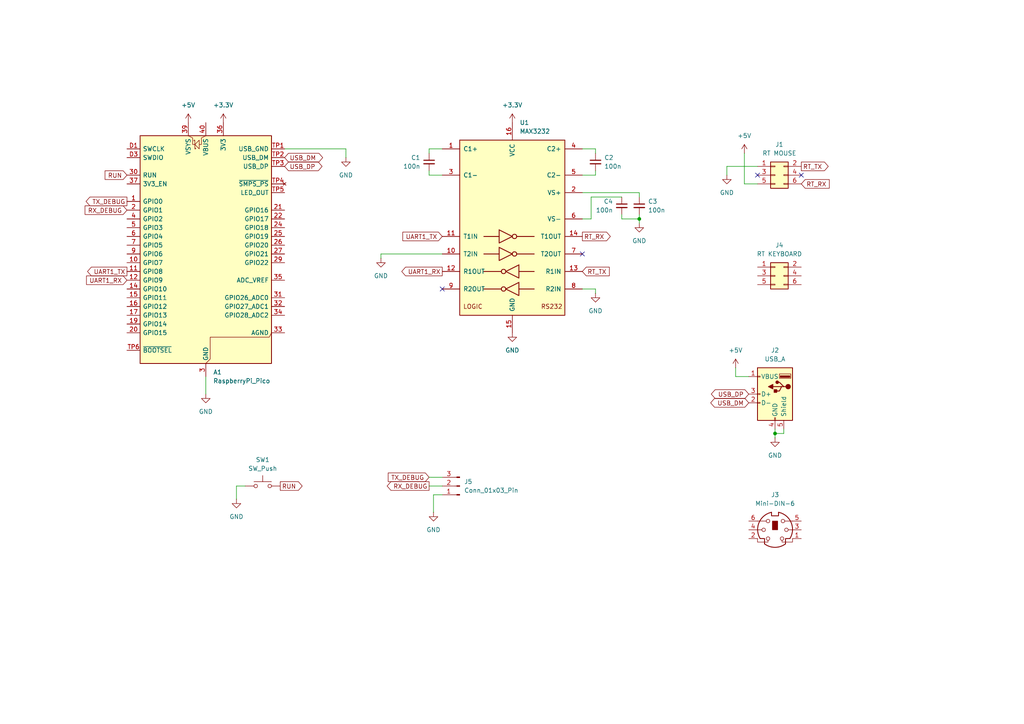
<source format=kicad_sch>
(kicad_sch (version 20250114) (generator "eeschema") (generator_version "9.0")
  (paper "A4")
  (lib_symbols
    (symbol "Connector:Conn_01x03_Pin" (pin_names (offset 1.016) (hide yes))
      (property "Reference" "J" (at 0 5.08 0))
      (property "Value" "Conn_01x03_Pin" (at 0 -5.08 0))
      (symbol "Conn_01x03_Pin_1_1"
        (rectangle (start 0.8636 2.667) (end 0 2.413) (stroke (width 0.1524)) (fill (type outline)))
        (rectangle (start 0.8636 0.127) (end 0 -0.127) (stroke (width 0.1524)) (fill (type outline)))
        (rectangle (start 0.8636 -2.413) (end 0 -2.667) (stroke (width 0.1524)) (fill (type outline)))
        (polyline (pts (xy 1.27 2.54) (xy 0.8636 2.54)) (stroke (width 0.1524)))
        (polyline (pts (xy 1.27 0) (xy 0.8636 0)) (stroke (width 0.1524)))
        (polyline (pts (xy 1.27 -2.54) (xy 0.8636 -2.54)) (stroke (width 0.1524)))
        (pin passive line (at 5.08 2.54 180) (length 3.81) (name "Pin_1") (number "1"))
        (pin passive line (at 5.08 0 180) (length 3.81) (name "Pin_2") (number "2"))
        (pin passive line (at 5.08 -2.54 180) (length 3.81) (name "Pin_3") (number "3"))
      )
    )
    (symbol "Connector:Mini-DIN-6" (pin_names (offset 1.016))
      (property "Reference" "J" (at 0 6.35 0))
      (property "Value" "Mini-DIN-6" (at 0 -6.35 0))
      (symbol "Mini-DIN-6_0_1"
        (polyline (pts (xy -4.318 -2.54) (xy -3.048 -2.54) (xy -3.048 -4.064)) (stroke (width 0.254)))
        (polyline (pts (xy -3.81 0) (xy -5.08 0)))
        (circle (center -3.302 0) (radius 0.508))
        (polyline (pts (xy -2.54 2.54) (xy -5.08 2.54)))
        (circle (center -2.032 2.54) (radius 0.508))
        (circle (center -2.032 -2.54) (radius 0.508))
        (polyline (pts (xy -2.032 -3.048) (xy -2.032 -3.556) (xy -5.08 -3.556) (xy -5.08 -2.54)))
        (polyline (pts (xy -1.016 5.08) (xy -1.016 4.064) (xy 1.016 4.064) (xy 1.016 5.08)) (stroke (width 0.254)))
        (rectangle (start -0.762 2.54) (end 0.762 0) (fill (type outline)))
        (arc (start 3.048 -4.064) (mid 0 -5.08) (end -3.048 -4.064) (stroke (width 0.254)))
        (arc (start 1.016 5.08) (mid 4.6646 2.1356) (end 4.318 -2.54) (stroke (width 0.254)))
        (arc (start -4.318 -2.54) (mid -4.6241 2.1181) (end -1.016 5.08) (stroke (width 0.254)))
        (circle (center 2.032 -2.54) (radius 0.508))
        (polyline (pts (xy 2.032 -3.048) (xy 2.032 -3.556) (xy 5.08 -3.556) (xy 5.08 -2.54)))
        (circle (center 2.286 2.54) (radius 0.508))
        (polyline (pts (xy 2.794 2.54) (xy 5.08 2.54)))
        (circle (center 3.302 0) (radius 0.508))
        (polyline (pts (xy 4.318 -2.54) (xy 3.048 -2.54) (xy 3.048 -4.064)) (stroke (width 0.254)))
        (polyline (pts (xy 5.08 0) (xy 3.81 0)))
      )
      (symbol "Mini-DIN-6_1_1"
        (pin passive line (at -7.62 2.54 0) (length 2.54) (name "~") (number "6"))
        (pin passive line (at -7.62 0 0) (length 2.54) (name "~") (number "4"))
        (pin passive line (at -7.62 -2.54 0) (length 2.54) (name "~") (number "2"))
        (pin passive line (at 7.62 2.54 180) (length 2.54) (name "~") (number "5"))
        (pin passive line (at 7.62 0 180) (length 2.54) (name "~") (number "3"))
        (pin passive line (at 7.62 -2.54 180) (length 2.54) (name "~") (number "1"))
      )
    )
    (symbol "Connector:USB_A" (pin_names (offset 1.016))
      (property "Reference" "J" (at -5.08 11.43 0))
      (property "Value" "USB_A" (at -5.08 8.89 0))
      (symbol "USB_A_0_1"
        (rectangle (start -5.08 -7.62) (end 5.08 7.62) (stroke (width 0.254)) (fill (type background)))
        (circle (center -3.81 2.159) (radius 0.635) (stroke (width 0.254)) (fill (type outline)))
        (polyline (pts (xy -3.175 2.159) (xy -2.54 2.159) (xy -1.27 3.429) (xy -0.635 3.429)) (stroke (width 0.254)))
        (polyline (pts (xy -2.54 2.159) (xy -1.905 2.159) (xy -1.27 0.889) (xy 0 0.889)) (stroke (width 0.254)))
        (rectangle (start -1.524 4.826) (end -4.318 5.334) (fill (type outline)))
        (rectangle (start -1.27 4.572) (end -4.572 5.842))
        (circle (center -0.635 3.429) (radius 0.381) (stroke (width 0.254)) (fill (type outline)))
        (rectangle (start -0.127 -7.62) (end 0.127 -6.858))
        (rectangle (start 0.254 1.27) (end -0.508 0.508) (stroke (width 0.254)) (fill (type outline)))
        (polyline (pts (xy 0.635 2.794) (xy 0.635 1.524) (xy 1.905 2.159) (xy 0.635 2.794)) (stroke (width 0.254)) (fill (type outline)))
        (rectangle (start 5.08 4.953) (end 4.318 5.207))
        (rectangle (start 5.08 -0.127) (end 4.318 0.127))
        (rectangle (start 5.08 -2.667) (end 4.318 -2.413))
      )
      (symbol "USB_A_1_1"
        (polyline (pts (xy -1.905 2.159) (xy 0.635 2.159)) (stroke (width 0.254)))
        (pin passive line (at -2.54 -10.16 90) (length 2.54) (name "Shield") (number "5"))
        (pin power_in line (at 0 -10.16 90) (length 2.54) (name "GND") (number "4"))
        (pin power_in line (at 7.62 5.08 180) (length 2.54) (name "VBUS") (number "1"))
        (pin bidirectional line (at 7.62 0 180) (length 2.54) (name "D+") (number "3"))
        (pin bidirectional line (at 7.62 -2.54 180) (length 2.54) (name "D-") (number "2"))
      )
    )
    (symbol "Connector_Generic:Conn_02x03_Odd_Even" (pin_names (offset 1.016) (hide yes))
      (property "Reference" "J" (at 1.27 5.08 0))
      (property "Value" "Conn_02x03_Odd_Even" (at 1.27 -5.08 0))
      (symbol "Conn_02x03_Odd_Even_1_1"
        (rectangle (start -1.27 3.81) (end 3.81 -3.81) (stroke (width 0.254)) (fill (type background)))
        (rectangle (start -1.27 2.667) (end 0 2.413) (stroke (width 0.1524)))
        (rectangle (start -1.27 0.127) (end 0 -0.127) (stroke (width 0.1524)))
        (rectangle (start -1.27 -2.413) (end 0 -2.667) (stroke (width 0.1524)))
        (rectangle (start 3.81 2.667) (end 2.54 2.413) (stroke (width 0.1524)))
        (rectangle (start 3.81 0.127) (end 2.54 -0.127) (stroke (width 0.1524)))
        (rectangle (start 3.81 -2.413) (end 2.54 -2.667) (stroke (width 0.1524)))
        (pin passive line (at -5.08 2.54 0) (length 3.81) (name "Pin_1") (number "1"))
        (pin passive line (at -5.08 0 0) (length 3.81) (name "Pin_3") (number "3"))
        (pin passive line (at -5.08 -2.54 0) (length 3.81) (name "Pin_5") (number "5"))
        (pin passive line (at 7.62 2.54 180) (length 3.81) (name "Pin_2") (number "2"))
        (pin passive line (at 7.62 0 180) (length 3.81) (name "Pin_4") (number "4"))
        (pin passive line (at 7.62 -2.54 180) (length 3.81) (name "Pin_6") (number "6"))
      )
    )
    (symbol "Device:C_Small" (pin_numbers (hide yes)) (pin_names (offset 0.254) (hide yes))
      (property "Reference" "C" (at 0.254 1.778 0))
      (property "Value" "C_Small" (at 0.254 -2.032 0))
      (symbol "C_Small_0_1"
        (polyline (pts (xy -1.524 0.508) (xy 1.524 0.508)) (stroke (width 0.3048)))
        (polyline (pts (xy -1.524 -0.508) (xy 1.524 -0.508)) (stroke (width 0.3302)))
      )
      (symbol "C_Small_1_1"
        (pin passive line (at 0 2.54 270) (length 2.032) (name "~") (number "1"))
        (pin passive line (at 0 -2.54 90) (length 2.032) (name "~") (number "2"))
      )
    )
    (symbol "Interface_UART:MAX3232" (pin_names (offset 1.016))
      (property "Reference" "U" (at -2.54 28.575 0))
      (property "Value" "MAX3232" (at -2.54 26.67 0))
      (symbol "MAX3232_0_0"
        (text "LOGIC" (at -11.43 -22.86 0) (effects (font (size 1.27 1.27))))
        (text "RS232" (at 11.43 -22.86 0) (effects (font (size 1.27 1.27))))
      )
      (symbol "MAX3232_0_1"
        (rectangle (start -15.24 -25.4) (end 15.24 25.4) (stroke (width 0.254)) (fill (type background)))
        (polyline (pts (xy -3.81 -0.635) (xy -3.81 -4.445) (xy 0 -2.54) (xy -3.81 -0.635)) (stroke (width 0.254)))
        (polyline (pts (xy -3.81 -2.54) (xy -8.255 -2.54)) (stroke (width 0.254)))
        (polyline (pts (xy -3.81 -5.715) (xy -3.81 -9.525) (xy 0 -7.62) (xy -3.81 -5.715)) (stroke (width 0.254)))
        (polyline (pts (xy -3.81 -7.62) (xy -8.255 -7.62)) (stroke (width 0.254)))
        (polyline (pts (xy -3.175 -12.7) (xy -8.255 -12.7)) (stroke (width 0.254)))
        (polyline (pts (xy -3.175 -17.78) (xy -8.255 -17.78)) (stroke (width 0.254)))
        (circle (center -2.54 -12.7) (radius 0.635) (stroke (width 0.254)))
        (circle (center -2.54 -17.78) (radius 0.635) (stroke (width 0.254)))
        (circle (center 0.635 -2.54) (radius 0.635) (stroke (width 0.254)))
        (circle (center 0.635 -7.62) (radius 0.635) (stroke (width 0.254)))
        (polyline (pts (xy 1.27 -2.54) (xy 6.35 -2.54)) (stroke (width 0.254)))
        (polyline (pts (xy 1.27 -7.62) (xy 6.35 -7.62)) (stroke (width 0.254)))
        (polyline (pts (xy 1.905 -10.795) (xy 1.905 -14.605) (xy -1.905 -12.7) (xy 1.905 -10.795)) (stroke (width 0.254)))
        (polyline (pts (xy 1.905 -12.7) (xy 6.35 -12.7)) (stroke (width 0.254)))
        (polyline (pts (xy 1.905 -15.875) (xy 1.905 -19.685) (xy -1.905 -17.78) (xy 1.905 -15.875)) (stroke (width 0.254)))
        (polyline (pts (xy 1.905 -17.78) (xy 6.35 -17.78)) (stroke (width 0.254)))
      )
      (symbol "MAX3232_1_1"
        (pin passive line (at -20.32 22.86 0) (length 5.08) (name "C1+") (number "1"))
        (pin passive line (at -20.32 15.24 0) (length 5.08) (name "C1-") (number "3"))
        (pin input line (at -20.32 -2.54 0) (length 5.08) (name "T1IN") (number "11"))
        (pin input line (at -20.32 -7.62 0) (length 5.08) (name "T2IN") (number "10"))
        (pin output line (at -20.32 -12.7 0) (length 5.08) (name "R1OUT") (number "12"))
        (pin output line (at -20.32 -17.78 0) (length 5.08) (name "R2OUT") (number "9"))
        (pin power_in line (at 0 30.48 270) (length 5.08) (name "VCC") (number "16"))
        (pin power_in line (at 0 -30.48 90) (length 5.08) (name "GND") (number "15"))
        (pin passive line (at 20.32 22.86 180) (length 5.08) (name "C2+") (number "4"))
        (pin passive line (at 20.32 15.24 180) (length 5.08) (name "C2-") (number "5"))
        (pin power_out line (at 20.32 10.16 180) (length 5.08) (name "VS+") (number "2"))
        (pin power_out line (at 20.32 2.54 180) (length 5.08) (name "VS-") (number "6"))
        (pin output line (at 20.32 -2.54 180) (length 5.08) (name "T1OUT") (number "14"))
        (pin output line (at 20.32 -7.62 180) (length 5.08) (name "T2OUT") (number "7"))
        (pin input line (at 20.32 -12.7 180) (length 5.08) (name "R1IN") (number "13"))
        (pin input line (at 20.32 -17.78 180) (length 5.08) (name "R2IN") (number "8"))
      )
    )
    (symbol "MCU_Module:RaspberryPi_Pico_Extensive" (pin_names (offset 0.762))
      (property "Reference" "A" (at -19.05 35.56 0))
      (property "Value" "RaspberryPi_Pico" (at 7.62 35.56 0))
      (symbol "RaspberryPi_Pico_Extensive_0_1"
        (rectangle (start -19.05 34.29) (end 19.05 -31.75) (stroke (width 0.254)) (fill (type background)))
        (polyline (pts (xy -5.08 34.29) (xy -3.81 33.655) (xy -3.81 31.75) (xy -3.175 31.75)))
        (polyline (pts (xy -3.429 32.766) (xy -3.429 33.02) (xy -3.175 33.02) (xy -3.175 30.48) (xy -2.921 30.48) (xy -2.921 30.734)))
        (polyline (pts (xy -3.175 31.75) (xy -1.905 33.02) (xy -1.905 30.48) (xy -3.175 31.75)))
        (polyline (pts (xy 0 34.29) (xy -1.27 33.655) (xy -1.27 31.75) (xy -1.905 31.75)))
        (polyline (pts (xy 0 -31.75) (xy 1.27 -30.48) (xy 1.27 -24.13) (xy 18.415 -24.13) (xy 19.05 -22.86)))
      )
      (symbol "RaspberryPi_Pico_Extensive_1_1"
        (pin input line (at -22.86 30.48 0) (length 3.81) (name "SWCLK") (number "D1"))
        (pin bidirectional line (at -22.86 27.94 0) (length 3.81) (name "SWDIO") (number "D3"))
        (pin passive line (at -22.86 22.86 0) (length 3.81) (name "RUN") (number "30"))
        (pin passive line (at -22.86 20.32 0) (length 3.81) (name "3V3_EN") (number "37"))
        (pin bidirectional line (at -22.86 15.24 0) (length 3.81) (name "GPIO0") (number "1"))
        (pin bidirectional line (at -22.86 12.7 0) (length 3.81) (name "GPIO1") (number "2"))
        (pin bidirectional line (at -22.86 10.16 0) (length 3.81) (name "GPIO2") (number "4"))
        (pin bidirectional line (at -22.86 7.62 0) (length 3.81) (name "GPIO3") (number "5"))
        (pin bidirectional line (at -22.86 5.08 0) (length 3.81) (name "GPIO4") (number "6"))
        (pin bidirectional line (at -22.86 2.54 0) (length 3.81) (name "GPIO5") (number "7"))
        (pin bidirectional line (at -22.86 0 0) (length 3.81) (name "GPIO6") (number "9"))
        (pin bidirectional line (at -22.86 -2.54 0) (length 3.81) (name "GPIO7") (number "10"))
        (pin bidirectional line (at -22.86 -5.08 0) (length 3.81) (name "GPIO8") (number "11"))
        (pin bidirectional line (at -22.86 -7.62 0) (length 3.81) (name "GPIO9") (number "12"))
        (pin bidirectional line (at -22.86 -10.16 0) (length 3.81) (name "GPIO10") (number "14"))
        (pin bidirectional line (at -22.86 -12.7 0) (length 3.81) (name "GPIO11") (number "15"))
        (pin bidirectional line (at -22.86 -15.24 0) (length 3.81) (name "GPIO12") (number "16"))
        (pin bidirectional line (at -22.86 -17.78 0) (length 3.81) (name "GPIO13") (number "17"))
        (pin bidirectional line (at -22.86 -20.32 0) (length 3.81) (name "GPIO14") (number "19"))
        (pin bidirectional line (at -22.86 -22.86 0) (length 3.81) (name "GPIO15") (number "20"))
        (pin input line (at -22.86 -27.94 0) (length 3.81) (name "~{BOOTSEL}") (number "TP6"))
        (pin power_in line (at -5.08 38.1 270) (length 3.81) (name "VSYS") (number "39"))
        (pin power_out line (at 0 38.1 270) (length 3.81) (name "VBUS") (number "40"))
        (pin passive line (at 0 -35.56 90) (length 3.81) (hide yes) (name "GND") (number "13"))
        (pin passive line (at 0 -35.56 90) (length 3.81) (hide yes) (name "GND") (number "18"))
        (pin passive line (at 0 -35.56 90) (length 3.81) (hide yes) (name "GND") (number "23"))
        (pin passive line (at 0 -35.56 90) (length 3.81) (hide yes) (name "GND") (number "28"))
        (pin power_out line (at 0 -35.56 90) (length 3.81) (name "GND") (number "3"))
        (pin passive line (at 0 -35.56 90) (length 3.81) (hide yes) (name "GND") (number "38"))
        (pin passive line (at 0 -35.56 90) (length 3.81) (hide yes) (name "GND") (number "8"))
        (pin passive line (at 0 -35.56 90) (length 3.81) (hide yes) (name "GND") (number "D2"))
        (pin power_out line (at 5.08 38.1 270) (length 3.81) (name "3V3") (number "36"))
        (pin power_out line (at 22.86 30.48 180) (length 3.81) (name "USB_GND") (number "TP1"))
        (pin bidirectional line (at 22.86 27.94 180) (length 3.81) (name "USB_DM") (number "TP2"))
        (pin bidirectional line (at 22.86 25.4 180) (length 3.81) (name "USB_DP") (number "TP3"))
        (pin no_connect line (at 22.86 20.32 180) (length 3.81) (name "~{SMPS_PS}") (number "TP4"))
        (pin output line (at 22.86 17.78 180) (length 3.81) (name "LED_OUT") (number "TP5"))
        (pin bidirectional line (at 22.86 12.7 180) (length 3.81) (name "GPIO16") (number "21"))
        (pin bidirectional line (at 22.86 10.16 180) (length 3.81) (name "GPIO17") (number "22"))
        (pin bidirectional line (at 22.86 7.62 180) (length 3.81) (name "GPIO18") (number "24"))
        (pin bidirectional line (at 22.86 5.08 180) (length 3.81) (name "GPIO19") (number "25"))
        (pin bidirectional line (at 22.86 2.54 180) (length 3.81) (name "GPIO20") (number "26"))
        (pin bidirectional line (at 22.86 0 180) (length 3.81) (name "GPIO21") (number "27"))
        (pin bidirectional line (at 22.86 -2.54 180) (length 3.81) (name "GPIO22") (number "29"))
        (pin power_in line (at 22.86 -7.62 180) (length 3.81) (name "ADC_VREF") (number "35"))
        (pin bidirectional line (at 22.86 -12.7 180) (length 3.81) (name "GPIO26_ADC0") (number "31"))
        (pin bidirectional line (at 22.86 -15.24 180) (length 3.81) (name "GPIO27_ADC1") (number "32"))
        (pin bidirectional line (at 22.86 -17.78 180) (length 3.81) (name "GPIO28_ADC2") (number "34"))
        (pin power_out line (at 22.86 -22.86 180) (length 3.81) (name "AGND") (number "33"))
      )
    )
    (symbol "Switch:SW_Push" (pin_numbers (hide yes)) (pin_names (offset 1.016) (hide yes))
      (property "Reference" "SW" (at 1.27 2.54 0))
      (property "Value" "SW_Push" (at 0 -1.524 0))
      (symbol "SW_Push_0_1"
        (circle (center -2.032 0) (radius 0.508))
        (polyline (pts (xy 0 1.27) (xy 0 3.048)))
        (circle (center 2.032 0) (radius 0.508))
        (polyline (pts (xy 2.54 1.27) (xy -2.54 1.27)))
        (pin passive line (at -5.08 0 0) (length 2.54) (name "1") (number "1"))
        (pin passive line (at 5.08 0 180) (length 2.54) (name "2") (number "2"))
      )
    )
    (symbol "power:+3.3V" (power) (pin_numbers (hide yes)) (pin_names (offset 0) (hide yes))
      (property "Value" "+3.3V" (at 0 3.556 0))
      (symbol "+3.3V_0_1"
        (polyline (pts (xy -0.762 1.27) (xy 0 2.54)))
        (polyline (pts (xy 0 2.54) (xy 0.762 1.27)))
        (polyline (pts (xy 0 0) (xy 0 2.54)))
      )
      (symbol "+3.3V_1_1"
        (pin power_in line (at 0 0 90) (length 0) (name "~") (number "1"))
      )
    )
    (symbol "power:+5V" (power) (pin_numbers (hide yes)) (pin_names (offset 0) (hide yes))
      (property "Value" "+5V" (at 0 3.556 0))
      (symbol "+5V_0_1"
        (polyline (pts (xy -0.762 1.27) (xy 0 2.54)))
        (polyline (pts (xy 0 2.54) (xy 0.762 1.27)))
        (polyline (pts (xy 0 0) (xy 0 2.54)))
      )
      (symbol "+5V_1_1"
        (pin power_in line (at 0 0 90) (length 0) (name "~") (number "1"))
      )
    )
    (symbol "power:GND" (power) (pin_numbers (hide yes)) (pin_names (offset 0) (hide yes))
      (property "Value" "GND" (at 0 -3.81 0))
      (symbol "GND_0_1"
        (polyline (pts (xy 0 0) (xy 0 -1.27) (xy 1.27 -1.27) (xy 0 -2.54) (xy -1.27 -1.27) (xy 0 -1.27)))
      )
      (symbol "GND_1_1"
        (pin power_in line (at 0 0 270) (length 0) (name "~") (number "1"))
      )
    )
  )
  (junction (at 224.79 125.73))
  (junction (at 185.42 63.5))
  (no_connect (at 232.41 50.8))
  (no_connect (at 128.27 83.82))
  (no_connect (at 219.71 50.8))
  (no_connect (at 168.91 73.66))
  (wire (pts (xy 124.46 50.8) (xy 124.46 49.53)))
  (wire (pts (xy 172.72 49.53) (xy 172.72 50.8)))
  (wire (pts (xy 185.42 63.5) (xy 185.42 62.23)))
  (wire (pts (xy 82.55 43.18) (xy 100.33 43.18)))
  (wire (pts (xy 110.49 73.66) (xy 128.27 73.66)))
  (wire (pts (xy 124.46 140.97) (xy 128.27 140.97)))
  (wire (pts (xy 110.49 74.93) (xy 110.49 73.66)))
  (wire (pts (xy 171.45 57.15) (xy 180.34 57.15)))
  (wire (pts (xy 215.9 53.34) (xy 215.9 44.45)))
  (wire (pts (xy 172.72 50.8) (xy 168.91 50.8)))
  (wire (pts (xy 213.36 109.22) (xy 217.17 109.22)))
  (wire (pts (xy 168.91 83.82) (xy 172.72 83.82)))
  (wire (pts (xy 124.46 43.18) (xy 128.27 43.18)))
  (wire (pts (xy 213.36 109.22) (xy 213.36 106.68)))
  (wire (pts (xy 185.42 64.77) (xy 185.42 63.5)))
  (wire (pts (xy 210.82 48.26) (xy 219.71 48.26)))
  (wire (pts (xy 171.45 63.5) (xy 171.45 57.15)))
  (wire (pts (xy 219.71 53.34) (xy 215.9 53.34)))
  (wire (pts (xy 128.27 50.8) (xy 124.46 50.8)))
  (wire (pts (xy 124.46 138.43) (xy 128.27 138.43)))
  (wire (pts (xy 125.73 148.59) (xy 125.73 143.51)))
  (wire (pts (xy 68.58 140.97) (xy 71.12 140.97)))
  (wire (pts (xy 172.72 43.18) (xy 172.72 44.45)))
  (wire (pts (xy 100.33 43.18) (xy 100.33 45.72)))
  (wire (pts (xy 180.34 63.5) (xy 180.34 62.23)))
  (wire (pts (xy 180.34 63.5) (xy 185.42 63.5)))
  (wire (pts (xy 210.82 50.8) (xy 210.82 48.26)))
  (wire (pts (xy 227.33 125.73) (xy 224.79 125.73)))
  (wire (pts (xy 168.91 63.5) (xy 171.45 63.5)))
  (wire (pts (xy 224.79 127) (xy 224.79 125.73)))
  (wire (pts (xy 224.79 125.73) (xy 224.79 124.46)))
  (wire (pts (xy 168.91 43.18) (xy 172.72 43.18)))
  (wire (pts (xy 185.42 55.88) (xy 185.42 57.15)))
  (wire (pts (xy 168.91 55.88) (xy 185.42 55.88)))
  (wire (pts (xy 124.46 44.45) (xy 124.46 43.18)))
  (wire (pts (xy 68.58 144.78) (xy 68.58 140.97)))
  (wire (pts (xy 227.33 124.46) (xy 227.33 125.73)))
  (wire (pts (xy 59.69 114.3) (xy 59.69 109.22)))
  (wire (pts (xy 125.73 143.51) (xy 128.27 143.51)))
  (wire (pts (xy 172.72 83.82) (xy 172.72 85.09)))
  (global_label "RT_TX" (shape output) (at 232.41 48.26 0) (property "Intersheetrefs" "${INTERSHEET_REFS}" (effects (hide yes))))
  (global_label "UART1_RX" (shape input) (at 36.83 81.28 180) (property "Intersheetrefs" "${INTERSHEET_REFS}" (effects (hide yes))))
  (global_label "UART1_TX" (shape output) (at 36.83 78.74 180) (property "Intersheetrefs" "${INTERSHEET_REFS}" (effects (hide yes))))
  (global_label "RT_TX" (shape input) (at 168.91 78.74 0) (property "Intersheetrefs" "${INTERSHEET_REFS}" (effects (hide yes))))
  (global_label "RT_RX" (shape input) (at 232.41 53.34 0) (property "Intersheetrefs" "${INTERSHEET_REFS}" (effects (hide yes))))
  (global_label "UART1_RX" (shape output) (at 128.27 78.74 180) (property "Intersheetrefs" "${INTERSHEET_REFS}" (effects (hide yes))))
  (global_label "USB_DM" (shape bidirectional) (at 217.17 116.84 180) (property "Intersheetrefs" "${INTERSHEET_REFS}" (effects (hide yes))))
  (global_label "RUN" (shape output) (at 81.28 140.97 0) (property "Intersheetrefs" "${INTERSHEET_REFS}" (effects (hide yes))))
  (global_label "RX_DEBUG" (shape input) (at 36.83 60.96 180) (property "Intersheetrefs" "${INTERSHEET_REFS}" (effects (hide yes))))
  (global_label "TX_DEBUG" (shape input) (at 124.46 138.43 180) (property "Intersheetrefs" "${INTERSHEET_REFS}" (effects (hide yes))))
  (global_label "USB_DP" (shape bidirectional) (at 217.17 114.3 180) (property "Intersheetrefs" "${INTERSHEET_REFS}" (effects (hide yes))))
  (global_label "USB_DP" (shape bidirectional) (at 82.55 48.26 0) (property "Intersheetrefs" "${INTERSHEET_REFS}" (effects (hide yes))))
  (global_label "USB_DM" (shape bidirectional) (at 82.55 45.72 0) (property "Intersheetrefs" "${INTERSHEET_REFS}" (effects (hide yes))))
  (global_label "UART1_TX" (shape input) (at 128.27 68.58 180) (property "Intersheetrefs" "${INTERSHEET_REFS}" (effects (hide yes))))
  (global_label "TX_DEBUG" (shape output) (at 36.83 58.42 180) (property "Intersheetrefs" "${INTERSHEET_REFS}" (effects (hide yes))))
  (global_label "RX_DEBUG" (shape output) (at 124.46 140.97 180) (property "Intersheetrefs" "${INTERSHEET_REFS}" (effects (hide yes))))
  (global_label "RT_RX" (shape output) (at 168.91 68.58 0) (property "Intersheetrefs" "${INTERSHEET_REFS}" (effects (hide yes))))
  (global_label "RUN" (shape input) (at 36.83 50.8 180) (property "Intersheetrefs" "${INTERSHEET_REFS}" (effects (hide yes))))
  (symbol (lib_id "Device:C_Small") (at 124.46 46.99 0) (mirror y) (unit 1)
    (property "Reference" "C1" (at 121.92 45.7262 0) (effects (justify left)))
    (property "Value" "100n" (at 121.92 48.2662 0) (effects (justify left)))
    (property "Footprint" "Capacitor_SMD:C_0201_0603Metric_Pad0.64x0.40mm_HandSolder" (effects (hide yes)))
    (property "Description" "Unpolarized capacitor, small symbol" (effects (hide yes)))
  )
  (symbol (lib_id "power:GND") (at 125.73 148.59 0) (unit 1)
    (property "Reference" "#PWR015" (effects (hide yes)))
    (property "Value" "GND" (at 125.73 153.67 0))
    (property "Description" "Power symbol creates a global label with name \"GND\" , ground" (effects (hide yes)))
  )
  (symbol (lib_id "Switch:SW_Push") (at 76.2 140.97 0) (unit 1)
    (property "Reference" "SW1" (at 76.2 133.35 0))
    (property "Value" "SW_Push" (at 76.2 135.89 0))
    (property "Description" "Push button switch, generic, two pins" (effects (hide yes)))
  )
  (symbol (lib_id "Interface_UART:MAX3232") (at 148.59 66.04 0) (unit 1)
    (property "Reference" "U1" (at 150.7333 35.56 0) (effects (justify left)))
    (property "Value" "MAX3232" (at 150.7333 38.1 0) (effects (justify left)))
    (property "Footprint" "Package_SO:SOIC-16W_7.5x10.3mm_P1.27mm" (effects (hide yes)))
    (property "Datasheet" "https://datasheets.maximintegrated.com/en/ds/MAX3222-MAX3241.pdf" (effects (hide yes)))
    (property "Description" "3.0V to 5.5V, Low-Power, up to 1Mbps, True RS-232 Transceivers Using Four 0.1μF External Capacitors" (effects (hide yes)))
  )
  (symbol (lib_id "Connector_Generic:Conn_02x03_Odd_Even") (at 224.79 50.8 0) (unit 1)
    (property "Reference" "J1" (at 226.06 41.91 0))
    (property "Value" "RT MOUSE" (at 226.06 44.45 0))
    (property "Footprint" "Connector_IDC:IDC-Header_2x03_P2.54mm_Horizontal" (effects (hide yes)))
    (property "Description" "Generic connector, double row, 02x03, odd/even pin numbering scheme (row 1 odd numbers, row 2 even numbers), script generated (kicad-library-utils/schlib/autogen/connector/)" (effects (hide yes)))
  )
  (symbol (lib_id "power:GND") (at 172.72 85.09 0) (unit 1)
    (property "Reference" "#PWR08" (effects (hide yes)))
    (property "Value" "GND" (at 172.72 90.17 0))
    (property "Description" "Power symbol creates a global label with name \"GND\" , ground" (effects (hide yes)))
  )
  (symbol (lib_id "power:+5V") (at 213.36 106.68 0) (unit 1)
    (property "Reference" "#PWR05" (effects (hide yes)))
    (property "Value" "+5V" (at 213.36 101.6 0))
    (property "Description" "Power symbol creates a global label with name \"+5V\"" (effects (hide yes)))
  )
  (symbol (lib_id "power:GND") (at 185.42 64.77 0) (unit 1)
    (property "Reference" "#PWR06" (effects (hide yes)))
    (property "Value" "GND" (at 185.42 69.85 0))
    (property "Description" "Power symbol creates a global label with name \"GND\" , ground" (effects (hide yes)))
  )
  (symbol (lib_id "Connector:USB_A") (at 224.79 114.3 0) (mirror y) (unit 1)
    (property "Reference" "J2" (at 224.79 101.6 0))
    (property "Value" "USB_A" (at 224.79 104.14 0))
    (property "Footprint" "Connector_USB:USB_A_TE_292303-7_Horizontal" (effects (hide yes)))
    (property "Description" "USB Type A connector" (effects (hide yes)))
  )
  (symbol (lib_id "power:+5V") (at 215.9 44.45 0) (unit 1)
    (property "Reference" "#PWR013" (effects (hide yes)))
    (property "Value" "+5V" (at 215.9 39.37 0))
    (property "Description" "Power symbol creates a global label with name \"+5V\"" (effects (hide yes)))
  )
  (symbol (lib_id "power:+3.3V") (at 148.59 35.56 0) (unit 1)
    (property "Reference" "#PWR011" (effects (hide yes)))
    (property "Value" "+3.3V" (at 148.59 30.48 0))
    (property "Description" "Power symbol creates a global label with name \"+3.3V\"" (effects (hide yes)))
  )
  (symbol (lib_id "Device:C_Small") (at 180.34 59.69 0) (mirror y) (unit 1)
    (property "Reference" "C4" (at 177.8 58.4262 0) (effects (justify left)))
    (property "Value" "100n" (at 177.8 60.9662 0) (effects (justify left)))
    (property "Footprint" "Capacitor_SMD:C_0201_0603Metric_Pad0.64x0.40mm_HandSolder" (effects (hide yes)))
    (property "Description" "Unpolarized capacitor, small symbol" (effects (hide yes)))
  )
  (symbol (lib_id "Connector:Conn_01x03_Pin") (at 133.35 140.97 180) (unit 1)
    (property "Reference" "J5" (at 134.62 139.6999 0) (effects (justify right)))
    (property "Value" "Conn_01x03_Pin" (at 134.62 142.2399 0) (effects (justify right)))
    (property "Footprint" "Connector_PinHeader_1.00mm:PinHeader_1x03_P1.00mm_Vertical" (effects (hide yes)))
    (property "Description" "Generic connector, single row, 01x03, script generated" (effects (hide yes)))
  )
  (symbol (lib_id "power:GND") (at 68.58 144.78 0) (unit 1)
    (property "Reference" "#PWR02" (effects (hide yes)))
    (property "Value" "GND" (at 68.58 149.86 0))
    (property "Description" "Power symbol creates a global label with name \"GND\" , ground" (effects (hide yes)))
  )
  (symbol (lib_id "power:GND") (at 210.82 50.8 0) (unit 1)
    (property "Reference" "#PWR012" (effects (hide yes)))
    (property "Value" "GND" (at 210.82 55.88 0))
    (property "Description" "Power symbol creates a global label with name \"GND\" , ground" (effects (hide yes)))
  )
  (symbol (lib_id "power:GND") (at 224.79 127 0) (unit 1)
    (property "Reference" "#PWR04" (effects (hide yes)))
    (property "Value" "GND" (at 224.79 132.08 0))
    (property "Description" "Power symbol creates a global label with name \"GND\" , ground" (effects (hide yes)))
  )
  (symbol (lib_id "power:GND") (at 100.33 45.72 0) (unit 1)
    (property "Reference" "#PWR014" (effects (hide yes)))
    (property "Value" "GND" (at 100.33 50.8 0))
    (property "Description" "Power symbol creates a global label with name \"GND\" , ground" (effects (hide yes)))
  )
  (symbol (lib_id "power:+5V") (at 54.61 35.56 0) (unit 1)
    (property "Reference" "#PWR09" (effects (hide yes)))
    (property "Value" "+5V" (at 54.61 30.48 0))
    (property "Description" "Power symbol creates a global label with name \"+5V\"" (effects (hide yes)))
  )
  (symbol (lib_id "MCU_Module:RaspberryPi_Pico_Extensive") (at 59.69 73.66 0) (unit 1)
    (property "Reference" "A1" (at 61.8333 107.95 0) (effects (justify left)))
    (property "Value" "RaspberryPi_Pico" (at 61.8333 110.49 0) (effects (justify left)))
    (property "Footprint" "Module:RaspberryPi_Pico_SMD" (effects (hide yes)))
    (property "Datasheet" "https://datasheets.raspberrypi.com/pico/pico-datasheet.pdf" (effects (hide yes)))
    (property "Description" "Versatile and inexpensive microcontroller module (with full pinout for test point and debug connections) powered by RP2040 dual-core Arm Cortex-M0+ processor up to 133 MHz, 264kB SRAM, 2MB QSPI flash; also supports Raspberry Pi Pico 2" (effects (hide yes)))
  )
  (symbol (lib_id "Connector:Mini-DIN-6") (at 224.79 153.67 0) (unit 1)
    (property "Reference" "J3" (at 224.8077 143.51 0))
    (property "Value" "Mini-DIN-6" (at 224.8077 146.05 0))
    (property "Datasheet" "http://service.powerdynamics.com/ec/Catalog17/Section%2011.pdf" (effects (hide yes)))
    (property "Description" "6-pin Mini-DIN connector" (effects (hide yes)))
  )
  (symbol (lib_id "Device:C_Small") (at 185.42 59.69 0) (unit 1)
    (property "Reference" "C3" (at 187.96 58.4262 0) (effects (justify left)))
    (property "Value" "100n" (at 187.96 60.9662 0) (effects (justify left)))
    (property "Footprint" "Capacitor_SMD:C_0201_0603Metric_Pad0.64x0.40mm_HandSolder" (effects (hide yes)))
    (property "Description" "Unpolarized capacitor, small symbol" (effects (hide yes)))
  )
  (symbol (lib_id "power:+3.3V") (at 64.77 35.56 0) (unit 1)
    (property "Reference" "#PWR010" (effects (hide yes)))
    (property "Value" "+3.3V" (at 64.77 30.48 0))
    (property "Description" "Power symbol creates a global label with name \"+3.3V\"" (effects (hide yes)))
  )
  (symbol (lib_id "power:GND") (at 148.59 96.52 0) (unit 1)
    (property "Reference" "#PWR03" (effects (hide yes)))
    (property "Value" "GND" (at 148.59 101.6 0))
    (property "Description" "Power symbol creates a global label with name \"GND\" , ground" (effects (hide yes)))
  )
  (symbol (lib_id "power:GND") (at 110.49 74.93 0) (unit 1)
    (property "Reference" "#PWR07" (effects (hide yes)))
    (property "Value" "GND" (at 110.49 80.01 0))
    (property "Description" "Power symbol creates a global label with name \"GND\" , ground" (effects (hide yes)))
  )
  (symbol (lib_id "power:GND") (at 59.69 114.3 0) (unit 1)
    (property "Reference" "#PWR01" (effects (hide yes)))
    (property "Value" "GND" (at 59.69 119.38 0))
    (property "Description" "Power symbol creates a global label with name \"GND\" , ground" (effects (hide yes)))
  )
  (symbol (lib_id "Device:C_Small") (at 172.72 46.99 0) (unit 1)
    (property "Reference" "C2" (at 175.26 45.7262 0) (effects (justify left)))
    (property "Value" "100n" (at 175.26 48.2662 0) (effects (justify left)))
    (property "Footprint" "Capacitor_SMD:C_0201_0603Metric_Pad0.64x0.40mm_HandSolder" (effects (hide yes)))
    (property "Description" "Unpolarized capacitor, small symbol" (effects (hide yes)))
  )
  (symbol (lib_id "Connector_Generic:Conn_02x03_Odd_Even") (at 224.79 80.01 0) (unit 1)
    (property "Reference" "J4" (at 226.06 71.12 0))
    (property "Value" "RT KEYBOARD" (at 226.06 73.66 0))
    (property "Footprint" "Connector_IDC:IDC-Header_2x03_P2.54mm_Horizontal" (effects (hide yes)))
    (property "Description" "Generic connector, double row, 02x03, odd/even pin numbering scheme (row 1 odd numbers, row 2 even numbers), script generated (kicad-library-utils/schlib/autogen/connector/)" (effects (hide yes)))
  )
)
</source>
